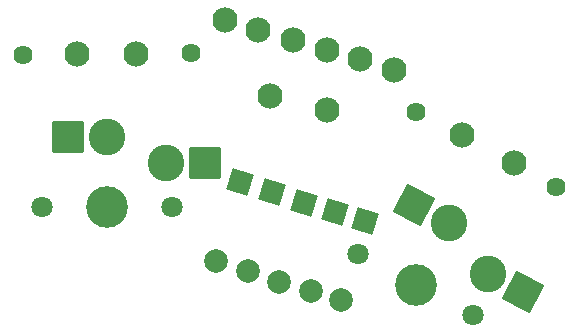
<source format=gbr>
%TF.GenerationSoftware,KiCad,Pcbnew,(6.0.4)*%
%TF.CreationDate,2024-05-03T16:02:45-07:00*%
%TF.ProjectId,thumb,7468756d-622e-46b6-9963-61645f706362,v1.0.0*%
%TF.SameCoordinates,Original*%
%TF.FileFunction,Soldermask,Bot*%
%TF.FilePolarity,Negative*%
%FSLAX46Y46*%
G04 Gerber Fmt 4.6, Leading zero omitted, Abs format (unit mm)*
G04 Created by KiCad (PCBNEW (6.0.4)) date 2024-05-03 16:02:45*
%MOMM*%
%LPD*%
G01*
G04 APERTURE LIST*
G04 Aperture macros list*
%AMRoundRect*
0 Rectangle with rounded corners*
0 $1 Rounding radius*
0 $2 $3 $4 $5 $6 $7 $8 $9 X,Y pos of 4 corners*
0 Add a 4 corners polygon primitive as box body*
4,1,4,$2,$3,$4,$5,$6,$7,$8,$9,$2,$3,0*
0 Add four circle primitives for the rounded corners*
1,1,$1+$1,$2,$3*
1,1,$1+$1,$4,$5*
1,1,$1+$1,$6,$7*
1,1,$1+$1,$8,$9*
0 Add four rect primitives between the rounded corners*
20,1,$1+$1,$2,$3,$4,$5,0*
20,1,$1+$1,$4,$5,$6,$7,0*
20,1,$1+$1,$6,$7,$8,$9,0*
20,1,$1+$1,$8,$9,$2,$3,0*%
G04 Aperture macros list end*
%ADD10C,2.005000*%
%ADD11RoundRect,0.050000X-0.590236X1.110073X-1.110073X-0.590236X0.590236X-1.110073X1.110073X0.590236X0*%
%ADD12C,2.132000*%
%ADD13C,3.100000*%
%ADD14C,1.801800*%
%ADD15C,3.529000*%
%ADD16RoundRect,0.050000X-1.758145X-0.537519X0.537519X-1.758145X1.758145X0.537519X-0.537519X1.758145X0*%
%ADD17C,1.624000*%
%ADD18RoundRect,0.050000X-1.300000X-1.300000X1.300000X-1.300000X1.300000X1.300000X-1.300000X1.300000X0*%
G04 APERTURE END LIST*
D10*
%TO.C,D6*%
X101676699Y-65947067D03*
D11*
X103723301Y-59252933D03*
%TD*%
D12*
%TO.C,*%
X105700000Y-46300000D03*
%TD*%
D10*
%TO.C,D5*%
X104376699Y-66747067D03*
D11*
X106423301Y-60052933D03*
%TD*%
D12*
%TO.C,*%
X102800000Y-45500000D03*
%TD*%
%TO.C,*%
X97100000Y-43800000D03*
%TD*%
%TO.C,M2*%
X100874261Y-50195195D03*
X105725739Y-51404805D03*
%TD*%
%TO.C,*%
X108500000Y-47100000D03*
%TD*%
D13*
%TO.C,S2*%
X119375256Y-65236304D03*
D14*
X118056212Y-68782094D03*
D15*
X113200000Y-66200000D03*
D14*
X108343788Y-63617906D03*
D13*
X115993356Y-60946462D03*
D16*
X113101702Y-59408942D03*
X122266910Y-66773824D03*
%TD*%
D17*
%TO.C,*%
X94200000Y-46600000D03*
%TD*%
D12*
%TO.C,*%
X111400000Y-48000000D03*
%TD*%
D17*
%TO.C,*%
X125100000Y-57900000D03*
%TD*%
D12*
%TO.C,M3*%
X117095761Y-53548002D03*
X121510499Y-55895360D03*
%TD*%
D10*
%TO.C,D7*%
X106876699Y-67447067D03*
D11*
X108923301Y-60752933D03*
%TD*%
D10*
%TO.C,D4*%
X98976699Y-65047067D03*
D11*
X101023301Y-58352933D03*
%TD*%
D14*
%TO.C,S1*%
X81570950Y-59629451D03*
D13*
X92070950Y-55879451D03*
D14*
X92570950Y-59629451D03*
D15*
X87070950Y-59629451D03*
D13*
X87070950Y-53679451D03*
D18*
X83795950Y-53679451D03*
X95345950Y-55879451D03*
%TD*%
D10*
%TO.C,D3*%
X96276699Y-64147067D03*
D11*
X98323301Y-57452933D03*
%TD*%
D12*
%TO.C,M1*%
X84570950Y-46629451D03*
X89570950Y-46629451D03*
%TD*%
D17*
%TO.C,*%
X113200000Y-51600000D03*
%TD*%
%TO.C,*%
X80000000Y-46700000D03*
%TD*%
D12*
%TO.C,*%
X99900000Y-44600000D03*
%TD*%
M02*

</source>
